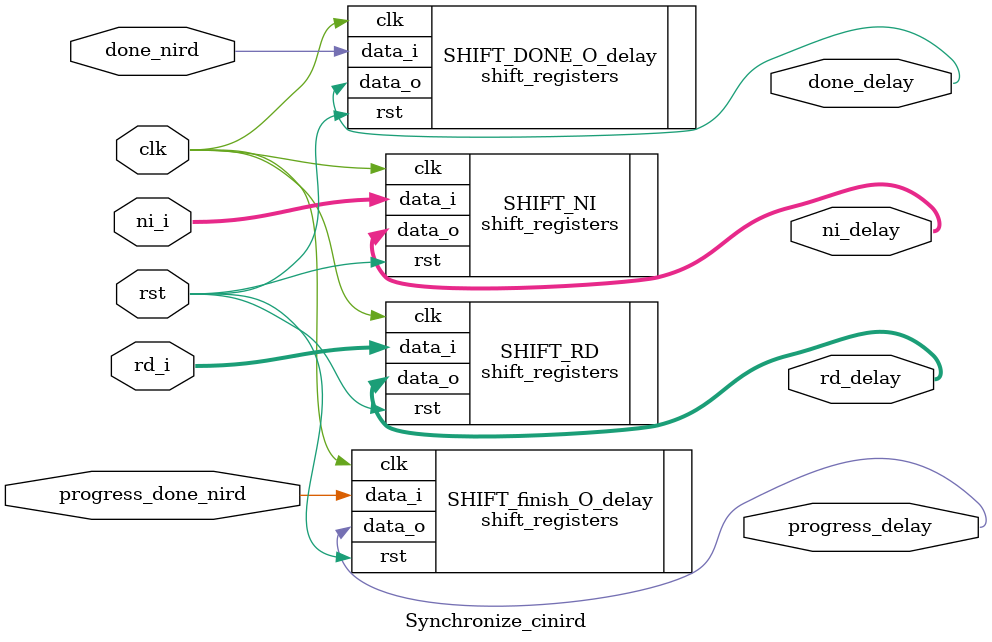
<source format=v>
module Synchronize_cinird #(parameter CYCLE = 100)
                           (input clk,
                            input rst,
                            input done_nird,
                            input progress_done_nird,
                            input [3:0] ni_i,
                            input [3:0] rd_i,
                            output done_delay,
                            output progress_delay,
                            output [3:0] ni_delay,
                            output [3:0] rd_delay);
    
    wire done_o_ni_rd_delay, progress_done_nird_delay;
    wire [3:0] ni_delay, rd_delay;
    shift_registers #(.WIDTH(1), .CYCLE(CYCLE))
    SHIFT_DONE_O_delay (
    .clk(clk),
    .rst(rst),
    .data_i(done_nird),
    .data_o(done_delay)
    );
    shift_registers #(.WIDTH(1), .CYCLE(CYCLE))
    SHIFT_finish_O_delay (
    .clk(clk),
    .rst(rst),
    .data_i(progress_done_nird),
    .data_o(progress_delay)
    );
    shift_registers #(.WIDTH(4), .CYCLE(CYCLE))
    SHIFT_NI (
    .clk(clk),
    .rst(rst),
    .data_i(ni_i),
    .data_o(ni_delay)
    );
    shift_registers #(.WIDTH(4), .CYCLE(CYCLE))
    SHIFT_RD (
    .clk(clk),
    .rst(rst),
    .data_i(rd_i),
    .data_o(rd_delay)
    );
endmodule

</source>
